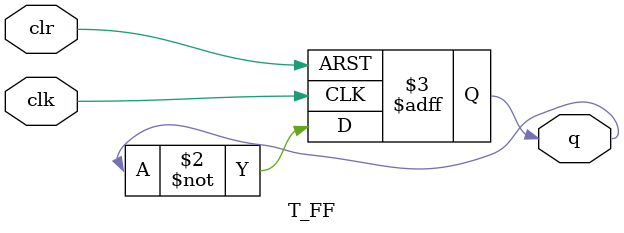
<source format=v>
module async_down_counter  (clr, clk, q);
    parameter N=4; // Number of bits in the counter
    input clk;       // Clock input
    input clr;     // Active-low clear
    output [N-1:0] q;   // Output count

    wire [N-1:0] clk_chain;//This is the clock ripple of first to next FF.
    // First flip-flop uses external clock
    //Get the clock directly from main clk input
    //The output (q[0]) of the first FF is used as the clock for the second FF, and so on.
    T_FF TFF0 (.clk(clk),.clr(clr),.q(q[0]));
    // assign output of first FF to input clock of second FF
    assign clk_chain[0] = q[0];

    genvar i;
    generate
        for (i = 1; i < N; i = i + 1) begin : DOWN_COUNTER
        // Each flip-flop[i+1] uses the output of flip-flop[i] as its clock input.
            T_FF TFFi (
                .clk(clk_chain[i-1]), // Ripple clock
                .clr(clr),
                .q(q[i])
            );
            assign clk_chain[i] = q[i];//assign output of FF[i] to input clock of FF[i+1]
        end
    endgenerate

    endmodule
module T_FF (
    input clk,
    input clr,
    output reg q
);
// FF only toggles when clk transitions from high to low (falling edge)
//and when clr is 1 (clr=1)
    always @(negedge clk or posedge clr) begin
        if (clr)//reset
            q <= 1'b1; // Optional: start from max (all 1s)
        else// Toggle the output on the falling edge of the clock
            q <= ~q;
    end
endmodule

</source>
